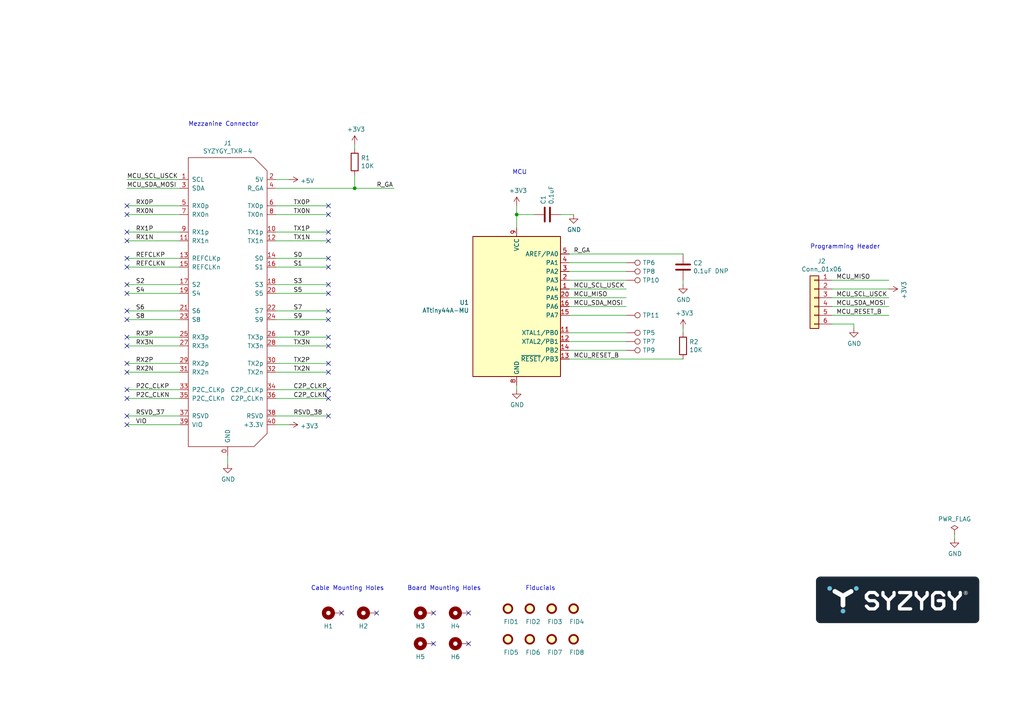
<source format=kicad_sch>
(kicad_sch (version 20211123) (generator eeschema)
  (paper "A4")
  (title_block (title "SZG-TEMPLATE-TXR") (date "2021-04-01") (rev "A") (company "Opal Kelly Incorporated"))
  (lib_symbols
    (symbol "Connector:TestPoint" (pin_numbers hide) (pin_names (offset 0.762) hide)
      (property "Reference" "TP" (at 0 6.858 0))
      (property "Value" "TestPoint" (at 0 5.08 0))
      (symbol "TestPoint_0_1"
        (circle (center 0 3.302) (radius 0.762))
      )
      (symbol "TestPoint_1_1"
        (pin passive line (at 0 0 90) (length 2.54) (name "1") (number "1"))
      )
    )
    (symbol "Connector_Generic:Conn_01x06" (pin_names (offset 1.016) hide)
      (property "Reference" "J" (at 0 7.62 0))
      (property "Value" "Conn_01x06" (at 0 -10.16 0))
      (symbol "Conn_01x06_1_1"
        (rectangle (start -1.27 -7.493) (end 0 -7.747) (stroke (width 0.1524)))
        (rectangle (start -1.27 -4.953) (end 0 -5.207) (stroke (width 0.1524)))
        (rectangle (start -1.27 -2.413) (end 0 -2.667) (stroke (width 0.1524)))
        (rectangle (start -1.27 0.127) (end 0 -0.127) (stroke (width 0.1524)))
        (rectangle (start -1.27 2.667) (end 0 2.413) (stroke (width 0.1524)))
        (rectangle (start -1.27 5.207) (end 0 4.953) (stroke (width 0.1524)))
        (rectangle (start -1.27 6.35) (end 1.27 -8.89) (stroke (width 0.254)) (fill (type background)))
        (pin passive line (at -5.08 5.08 0) (length 3.81) (name "Pin_1") (number "1"))
        (pin passive line (at -5.08 2.54 0) (length 3.81) (name "Pin_2") (number "2"))
        (pin passive line (at -5.08 0 0) (length 3.81) (name "Pin_3") (number "3"))
        (pin passive line (at -5.08 -2.54 0) (length 3.81) (name "Pin_4") (number "4"))
        (pin passive line (at -5.08 -5.08 0) (length 3.81) (name "Pin_5") (number "5"))
        (pin passive line (at -5.08 -7.62 0) (length 3.81) (name "Pin_6") (number "6"))
      )
    )
    (symbol "Device:C" (pin_numbers hide) (pin_names (offset 0.254))
      (property "Reference" "C" (at 0.635 2.54 0))
      (property "Value" "C" (at 0.635 -2.54 0))
      (symbol "C_0_1"
        (polyline (pts (xy -2.032 -0.762) (xy 2.032 -0.762)) (stroke (width 0.508)))
        (polyline (pts (xy -2.032 0.762) (xy 2.032 0.762)) (stroke (width 0.508)))
      )
      (symbol "C_1_1"
        (pin passive line (at 0 3.81 270) (length 2.794) (name "~") (number "1"))
        (pin passive line (at 0 -3.81 90) (length 2.794) (name "~") (number "2"))
      )
    )
    (symbol "Device:R" (pin_numbers hide) (pin_names (offset 0))
      (property "Reference" "R" (at 2.032 0 90))
      (property "Value" "R" (at 0 0 90))
      (symbol "R_0_1"
        (rectangle (start -1.016 -2.54) (end 1.016 2.54) (stroke (width 0.254)))
      )
      (symbol "R_1_1"
        (pin passive line (at 0 3.81 270) (length 1.27) (name "~") (number "1"))
        (pin passive line (at 0 -3.81 90) (length 1.27) (name "~") (number "2"))
      )
    )
    (symbol "Mechanical:Fiducial"
      (property "Reference" "FID" (at 0 5.08 0))
      (property "Value" "Fiducial" (at 0 3.175 0))
      (symbol "Fiducial_0_1"
        (circle (center 0 0) (radius 1.27) (stroke (width 0.508)) (fill (type background)))
      )
    )
    (symbol "Mechanical:MountingHole_Pad" (pin_numbers hide) (pin_names (offset 1.016) hide)
      (property "Reference" "H" (at 0 6.35 0))
      (property "Value" "MountingHole_Pad" (at 0 4.445 0))
      (symbol "MountingHole_Pad_0_1"
        (circle (center 0 1.27) (radius 1.27) (stroke (width 1.27)))
      )
      (symbol "MountingHole_Pad_1_1"
        (pin input line (at 0 -2.54 90) (length 2.54) (name "1") (number "1"))
      )
    )
    (symbol "SYZYGY:SYZYGY_TXR-4" (pin_names (offset 1.016))
      (property "Reference" "J" (at -10.16 45.72 0))
      (property "Value" "SYZYGY_TXR-4" (at -10.16 43.18 0))
      (symbol "SYZYGY_TXR-4_0_1"
        (polyline (pts (xy -11.43 41.91) (xy -11.43 16.51)))
        (polyline (pts (xy 11.43 -38.1) (xy 11.43 -12.7)))
        (polyline (pts (xy -11.43 16.51) (xy -11.43 -41.91) (xy 7.62 -41.91) (xy 11.43 -38.1)))
        (polyline (pts (xy 11.43 -12.7) (xy 11.43 38.1) (xy 7.62 41.91) (xy -11.43 41.91)))
      )
      (symbol "SYZYGY_TXR-4_1_1"
        (pin passive line (at 0 -44.45 90) (length 2.54) (name "GND") (number "0"))
        (pin passive line (at -13.97 35.56 0) (length 2.54) (name "SCL") (number "1"))
        (pin passive line (at 13.97 20.32 180) (length 2.54) (name "TX1p") (number "10"))
        (pin passive line (at -13.97 17.78 0) (length 2.54) (name "RX1n") (number "11"))
        (pin passive line (at 13.97 17.78 180) (length 2.54) (name "TX1n") (number "12"))
        (pin passive line (at -13.97 12.7 0) (length 2.54) (name "REFCLKp") (number "13"))
        (pin passive line (at 13.97 12.7 180) (length 2.54) (name "S0") (number "14"))
        (pin passive line (at -13.97 10.16 0) (length 2.54) (name "REFCLKn") (number "15"))
        (pin passive line (at 13.97 10.16 180) (length 2.54) (name "S1") (number "16"))
        (pin passive line (at -13.97 5.08 0) (length 2.54) (name "S2") (number "17"))
        (pin passive line (at 13.97 5.08 180) (length 2.54) (name "S3") (number "18"))
        (pin passive line (at -13.97 2.54 0) (length 2.54) (name "S4") (number "19"))
        (pin power_out line (at 13.97 35.56 180) (length 2.54) (name "5V") (number "2"))
        (pin passive line (at 13.97 2.54 180) (length 2.54) (name "S5") (number "20"))
        (pin passive line (at -13.97 -2.54 0) (length 2.54) (name "S6") (number "21"))
        (pin passive line (at 13.97 -2.54 180) (length 2.54) (name "S7") (number "22"))
        (pin passive line (at -13.97 -5.08 0) (length 2.54) (name "S8") (number "23"))
        (pin passive line (at 13.97 -5.08 180) (length 2.54) (name "S9") (number "24"))
        (pin passive line (at -13.97 -10.16 0) (length 2.54) (name "RX3p") (number "25"))
        (pin passive line (at 13.97 -10.16 180) (length 2.54) (name "TX3p") (number "26"))
        (pin passive line (at -13.97 -12.7 0) (length 2.54) (name "RX3n") (number "27"))
        (pin passive line (at 13.97 -12.7 180) (length 2.54) (name "TX3n") (number "28"))
        (pin passive line (at -13.97 -17.78 0) (length 2.54) (name "RX2p") (number "29"))
        (pin passive line (at -13.97 33.02 0) (length 2.54) (name "SDA") (number "3"))
        (pin passive line (at 13.97 -17.78 180) (length 2.54) (name "TX2p") (number "30"))
        (pin passive line (at -13.97 -20.32 0) (length 2.54) (name "RX2n") (number "31"))
        (pin passive line (at 13.97 -20.32 180) (length 2.54) (name "TX2n") (number "32"))
        (pin passive line (at -13.97 -25.4 0) (length 2.54) (name "P2C_CLKp") (number "33"))
        (pin passive line (at 13.97 -25.4 180) (length 2.54) (name "C2P_CLKp") (number "34"))
        (pin passive line (at -13.97 -27.94 0) (length 2.54) (name "P2C_CLKn") (number "35"))
        (pin passive line (at 13.97 -27.94 180) (length 2.54) (name "C2P_CLKn") (number "36"))
        (pin passive line (at -13.97 -33.02 0) (length 2.54) (name "RSVD") (number "37"))
        (pin passive line (at 13.97 -33.02 180) (length 2.54) (name "RSVD") (number "38"))
        (pin power_out line (at -13.97 -35.56 0) (length 2.54) (name "VIO") (number "39"))
        (pin passive line (at 13.97 33.02 180) (length 2.54) (name "R_GA") (number "4"))
        (pin power_out line (at 13.97 -35.56 180) (length 2.54) (name "+3.3V") (number "40"))
        (pin passive line (at -13.97 27.94 0) (length 2.54) (name "RX0p") (number "5"))
        (pin passive line (at 13.97 27.94 180) (length 2.54) (name "TX0p") (number "6"))
        (pin passive line (at -13.97 25.4 0) (length 2.54) (name "RX0n") (number "7"))
        (pin passive line (at 13.97 25.4 180) (length 2.54) (name "TX0n") (number "8"))
        (pin passive line (at -13.97 20.32 0) (length 2.54) (name "RX1p") (number "9"))
      )
    )
    (symbol "SZG-TEMPLATE-TXR-rescue:+3.3V-power" (power) (pin_names (offset 0))
      (property "Value" "+3.3V-power" (at 0 3.556 0))
      (symbol "+3.3V-power_0_1"
        (polyline (pts (xy -0.762 1.27) (xy 0 2.54)))
        (polyline (pts (xy 0 0) (xy 0 2.54)))
        (polyline (pts (xy 0 2.54) (xy 0.762 1.27)))
      )
      (symbol "+3.3V-power_1_1"
        (pin power_in line (at 0 0 90) (length 0) hide (name "+3V3") (number "1"))
      )
    )
    (symbol "SZG-TEMPLATE-TXR:+3.3V-power" (power) (pin_names (offset 0))
      (property "Value" "+3.3V-power" (at 0 3.556 0))
      (symbol "+3.3V-power_0_1"
        (polyline (pts (xy -0.762 1.27) (xy 0 2.54)))
        (polyline (pts (xy 0 0) (xy 0 2.54)))
        (polyline (pts (xy 0 2.54) (xy 0.762 1.27)))
      )
      (symbol "+3.3V-power_1_1"
        (pin power_in line (at 0 0 90) (length 0) hide (name "+3V3") (number "1"))
      )
    )
    (symbol "SZG-TEMPLATE-TXR:ATtiny44A-MU-MCU_Microchip_ATtiny"
      (property "Reference" "U" (at -12.7 21.59 0))
      (property "Value" "ATtiny44A-MU-MCU_Microchip_ATtiny" (at 2.54 -21.59 0))
      (symbol "ATtiny44A-MU-MCU_Microchip_ATtiny_0_1"
        (rectangle (start -12.7 -20.32) (end 12.7 20.32) (stroke (width 0.254)) (fill (type background)))
      )
      (symbol "ATtiny44A-MU-MCU_Microchip_ATtiny_1_1"
        (pin bidirectional line (at 15.24 5.08 180) (length 2.54) (name "PA4") (number "1"))
        (pin no_connect line (at -12.7 -10.16 0) (length 2.54) hide (name "NC") (number "10"))
        (pin bidirectional line (at 15.24 -7.62 180) (length 2.54) (name "XTAL1/PB0") (number "11"))
        (pin bidirectional line (at 15.24 -10.16 180) (length 2.54) (name "XTAL2/PB1") (number "12"))
        (pin bidirectional line (at 15.24 -15.24 180) (length 2.54) (name "~{RESET}/PB3") (number "13"))
        (pin bidirectional line (at 15.24 -12.7 180) (length 2.54) (name "PB2") (number "14"))
        (pin bidirectional line (at 15.24 -2.54 180) (length 2.54) (name "PA7") (number "15"))
        (pin bidirectional line (at 15.24 0 180) (length 2.54) (name "PA6") (number "16"))
        (pin no_connect line (at -12.7 -12.7 0) (length 2.54) hide (name "NC") (number "17"))
        (pin no_connect line (at -12.7 -15.24 0) (length 2.54) hide (name "NC") (number "18"))
        (pin no_connect line (at -12.7 -17.78 0) (length 2.54) hide (name "NC") (number "19"))
        (pin bidirectional line (at 15.24 7.62 180) (length 2.54) (name "PA3") (number "2"))
        (pin bidirectional line (at 15.24 2.54 180) (length 2.54) (name "PA5") (number "20"))
        (pin passive line (at 0 -22.86 90) (length 2.54) hide (name "GND") (number "21"))
        (pin bidirectional line (at 15.24 10.16 180) (length 2.54) (name "PA2") (number "3"))
        (pin bidirectional line (at 15.24 12.7 180) (length 2.54) (name "PA1") (number "4"))
        (pin bidirectional line (at 15.24 15.24 180) (length 2.54) (name "AREF/PA0") (number "5"))
        (pin no_connect line (at -12.7 -5.08 0) (length 2.54) hide (name "NC") (number "6"))
        (pin no_connect line (at -12.7 -7.62 0) (length 2.54) hide (name "NC") (number "7"))
        (pin power_in line (at 0 -22.86 90) (length 2.54) (name "GND") (number "8"))
        (pin power_in line (at 0 22.86 270) (length 2.54) (name "VCC") (number "9"))
      )
    )
    (symbol "power:+5V" (power) (pin_names (offset 0))
      (property "Value" "+5V" (at 0 3.556 0))
      (symbol "+5V_0_1"
        (polyline (pts (xy -0.762 1.27) (xy 0 2.54)))
        (polyline (pts (xy 0 0) (xy 0 2.54)))
        (polyline (pts (xy 0 2.54) (xy 0.762 1.27)))
      )
      (symbol "+5V_1_1"
        (pin power_in line (at 0 0 90) (length 0) hide (name "+5V") (number "1"))
      )
    )
    (symbol "power:GND" (power) (pin_names (offset 0))
      (property "Value" "GND" (at 0 -3.81 0))
      (symbol "GND_0_1"
        (polyline (pts (xy 0 0) (xy 0 -1.27) (xy 1.27 -1.27) (xy 0 -2.54) (xy -1.27 -1.27) (xy 0 -1.27)))
      )
      (symbol "GND_1_1"
        (pin power_in line (at 0 0 270) (length 0) hide (name "GND") (number "1"))
      )
    )
    (symbol "power:PWR_FLAG" (power) (pin_numbers hide) (pin_names (offset 0) hide)
      (property "Value" "PWR_FLAG" (at 0 3.81 0))
      (symbol "PWR_FLAG_0_0"
        (pin power_out line (at 0 0 90) (length 0) (name "pwr") (number "1"))
      )
      (symbol "PWR_FLAG_0_1"
        (polyline (pts (xy 0 0) (xy 0 1.27) (xy -1.016 1.905) (xy 0 2.54) (xy 1.016 1.905) (xy 0 1.27)))
      )
    )
  )
  (junction (at 149.86 62.23))
  (junction (at 102.87 54.61))
  (no_connect (at 95.25 82.55))
  (no_connect (at 36.83 59.69))
  (no_connect (at 36.83 115.57))
  (no_connect (at 95.25 115.57))
  (no_connect (at 135.89 186.69))
  (no_connect (at 95.25 92.71))
  (no_connect (at 36.83 120.65))
  (no_connect (at 109.22 177.8))
  (no_connect (at 95.25 77.47))
  (no_connect (at 95.25 120.65))
  (no_connect (at 95.25 107.95))
  (no_connect (at 125.73 177.8))
  (no_connect (at 95.25 105.41))
  (no_connect (at 36.83 77.47))
  (no_connect (at 36.83 62.23))
  (no_connect (at 95.25 67.31))
  (no_connect (at 95.25 85.09))
  (no_connect (at 95.25 113.03))
  (no_connect (at 36.83 82.55))
  (no_connect (at 36.83 90.17))
  (no_connect (at 36.83 113.03))
  (no_connect (at 36.83 85.09))
  (no_connect (at 99.06 177.8))
  (no_connect (at 135.89 177.8))
  (no_connect (at 36.83 92.71))
  (no_connect (at 95.25 59.69))
  (no_connect (at 95.25 62.23))
  (no_connect (at 36.83 97.79))
  (no_connect (at 95.25 74.93))
  (no_connect (at 36.83 69.85))
  (no_connect (at 36.83 100.33))
  (no_connect (at 36.83 105.41))
  (no_connect (at 95.25 97.79))
  (no_connect (at 95.25 90.17))
  (no_connect (at 125.73 186.69))
  (no_connect (at 36.83 74.93))
  (no_connect (at 95.25 100.33))
  (no_connect (at 95.25 69.85))
  (no_connect (at 36.83 123.19))
  (no_connect (at 36.83 107.95))
  (no_connect (at 36.83 67.31))
  (wire (pts (xy 36.83 67.31) (xy 52.07 67.31)))
  (wire (pts (xy 198.12 73.66) (xy 165.1 73.66)))
  (wire (pts (xy 165.1 86.36) (xy 181.61 86.36)))
  (wire (pts (xy 149.86 62.23) (xy 154.94 62.23)))
  (wire (pts (xy 80.01 69.85) (xy 95.25 69.85)))
  (wire (pts (xy 80.01 90.17) (xy 95.25 90.17)))
  (wire (pts (xy 36.83 92.71) (xy 52.07 92.71)))
  (wire (pts (xy 36.83 74.93) (xy 52.07 74.93)))
  (wire (pts (xy 165.1 96.52) (xy 181.61 96.52)))
  (wire (pts (xy 165.1 88.9) (xy 181.61 88.9)))
  (wire (pts (xy 165.1 104.14) (xy 198.12 104.14)))
  (wire (pts (xy 36.83 100.33) (xy 52.07 100.33)))
  (wire (pts (xy 181.61 99.06) (xy 165.1 99.06)))
  (wire (pts (xy 36.83 52.07) (xy 52.07 52.07)))
  (wire (pts (xy 165.1 81.28) (xy 181.61 81.28)))
  (wire (pts (xy 80.01 82.55) (xy 95.25 82.55)))
  (wire (pts (xy 80.01 97.79) (xy 95.25 97.79)))
  (wire (pts (xy 181.61 78.74) (xy 165.1 78.74)))
  (wire (pts (xy 162.56 62.23) (xy 166.37 62.23)))
  (wire (pts (xy 149.86 113.03) (xy 149.86 111.76)))
  (wire (pts (xy 36.83 107.95) (xy 52.07 107.95)))
  (wire (pts (xy 36.83 113.03) (xy 52.07 113.03)))
  (wire (pts (xy 36.83 54.61) (xy 52.07 54.61)))
  (wire (pts (xy 80.01 67.31) (xy 95.25 67.31)))
  (wire (pts (xy 198.12 96.52) (xy 198.12 95.25)))
  (wire (pts (xy 276.86 156.21) (xy 276.86 154.94)))
  (wire (pts (xy 52.07 123.19) (xy 36.83 123.19)))
  (wire (pts (xy 80.01 113.03) (xy 95.25 113.03)))
  (wire (pts (xy 66.04 132.08) (xy 66.04 134.62)))
  (wire (pts (xy 80.01 74.93) (xy 95.25 74.93)))
  (wire (pts (xy 149.86 59.69) (xy 149.86 62.23)))
  (wire (pts (xy 80.01 59.69) (xy 95.25 59.69)))
  (wire (pts (xy 36.83 115.57) (xy 52.07 115.57)))
  (wire (pts (xy 149.86 62.23) (xy 149.86 66.04)))
  (wire (pts (xy 36.83 90.17) (xy 52.07 90.17)))
  (wire (pts (xy 241.3 83.82) (xy 257.81 83.82)))
  (wire (pts (xy 80.01 52.07) (xy 83.82 52.07)))
  (wire (pts (xy 241.3 93.98) (xy 247.65 93.98)))
  (wire (pts (xy 36.83 69.85) (xy 52.07 69.85)))
  (wire (pts (xy 241.3 88.9) (xy 257.81 88.9)))
  (wire (pts (xy 36.83 82.55) (xy 52.07 82.55)))
  (wire (pts (xy 165.1 83.82) (xy 181.61 83.82)))
  (wire (pts (xy 80.01 105.41) (xy 95.25 105.41)))
  (wire (pts (xy 241.3 86.36) (xy 257.81 86.36)))
  (wire (pts (xy 36.83 59.69) (xy 52.07 59.69)))
  (wire (pts (xy 80.01 120.65) (xy 95.25 120.65)))
  (wire (pts (xy 80.01 92.71) (xy 95.25 92.71)))
  (wire (pts (xy 80.01 54.61) (xy 102.87 54.61)))
  (wire (pts (xy 80.01 123.19) (xy 83.82 123.19)))
  (wire (pts (xy 241.3 91.44) (xy 257.81 91.44)))
  (wire (pts (xy 80.01 100.33) (xy 95.25 100.33)))
  (wire (pts (xy 247.65 93.98) (xy 247.65 95.25)))
  (wire (pts (xy 36.83 77.47) (xy 52.07 77.47)))
  (wire (pts (xy 102.87 54.61) (xy 114.3 54.61)))
  (wire (pts (xy 102.87 54.61) (xy 102.87 50.8)))
  (wire (pts (xy 80.01 62.23) (xy 95.25 62.23)))
  (wire (pts (xy 80.01 85.09) (xy 95.25 85.09)))
  (wire (pts (xy 36.83 62.23) (xy 52.07 62.23)))
  (wire (pts (xy 36.83 85.09) (xy 52.07 85.09)))
  (wire (pts (xy 102.87 43.18) (xy 102.87 41.91)))
  (wire (pts (xy 241.3 81.28) (xy 257.81 81.28)))
  (wire (pts (xy 36.83 105.41) (xy 52.07 105.41)))
  (wire (pts (xy 165.1 76.2) (xy 181.61 76.2)))
  (wire (pts (xy 36.83 120.65) (xy 52.07 120.65)))
  (wire (pts (xy 36.83 97.79) (xy 52.07 97.79)))
  (wire (pts (xy 198.12 81.28) (xy 198.12 82.55)))
  (wire (pts (xy 165.1 101.6) (xy 181.61 101.6)))
  (wire (pts (xy 80.01 77.47) (xy 95.25 77.47)))
  (wire (pts (xy 181.61 91.44) (xy 165.1 91.44)))
  (wire (pts (xy 80.01 107.95) (xy 95.25 107.95)))
  (wire (pts (xy 80.01 115.57) (xy 95.25 115.57)))
  (image (at 260.35 173.99) (scale 0.8))
  (text "Programming Header" (at 234.95 72.39 0) (effects (font (size 1.27 1.27)) (justify left bottom)))
  (text "Board Mounting Holes" (at 118.11 171.45 0) (effects (font (size 1.27 1.27)) (justify left bottom)))
  (text "MCU" (at 148.59 50.8 0) (effects (font (size 1.27 1.27)) (justify left bottom)))
  (text "Mezzanine Connector" (at 54.61 36.83 0) (effects (font (size 1.27 1.27)) (justify left bottom)))
  (text "Cable Mounting Holes" (at 90.17 171.45 0) (effects (font (size 1.27 1.27)) (justify left bottom)))
  (text "Fiducials" (at 152.4 171.45 0) (effects (font (size 1.27 1.27)) (justify left bottom)))
  (label "S1" (at 85.09 77.47 0))
  (label "S9" (at 85.09 92.71 0))
  (label "R_GA" (at 166.37 73.66 0))
  (label "MCU_SDA_MOSI" (at 36.83 54.61 0))
  (label "RX0N" (at 39.37 62.23 0))
  (label "MCU_RESET_B" (at 242.57 91.44 0))
  (label "TX3N" (at 85.09 100.33 0))
  (label "RSVD_37" (at 39.37 120.65 0))
  (label "S5" (at 85.09 85.09 0))
  (label "MCU_SCL_USCK" (at 166.37 83.82 0))
  (label "TX2N" (at 85.09 107.95 0))
  (label "P2C_CLKN" (at 39.37 115.57 0))
  (label "TX1N" (at 85.09 69.85 0))
  (label "R_GA" (at 109.22 54.61 0))
  (label "RX2N" (at 39.37 107.95 0))
  (label "C2P_CLKP" (at 85.09 113.03 0))
  (label "RX3N" (at 39.37 100.33 0))
  (label "TX2P" (at 85.09 105.41 0))
  (label "TX0P" (at 85.09 59.69 0))
  (label "MCU_MISO" (at 242.57 81.28 0))
  (label "MCU_SCL_USCK" (at 242.57 86.36 0))
  (label "RX1P" (at 39.37 67.31 0))
  (label "C2P_CLKN" (at 85.09 115.57 0))
  (label "MCU_RESET_B" (at 166.37 104.14 0))
  (label "RX0P" (at 39.37 59.69 0))
  (label "S4" (at 39.37 85.09 0))
  (label "TX1P" (at 85.09 67.31 0))
  (label "S8" (at 39.37 92.71 0))
  (label "S7" (at 85.09 90.17 0))
  (label "RSVD_38" (at 85.09 120.65 0))
  (label "MCU_MISO" (at 166.37 86.36 0))
  (label "MCU_SCL_USCK" (at 36.83 52.07 0))
  (label "RX3P" (at 39.37 97.79 0))
  (label "RX1N" (at 39.37 69.85 0))
  (label "S6" (at 39.37 90.17 0))
  (label "TX0N" (at 85.09 62.23 0))
  (label "S2" (at 39.37 82.55 0))
  (label "TX3P" (at 85.09 97.79 0))
  (label "MCU_SDA_MOSI" (at 166.37 88.9 0))
  (label "P2C_CLKP" (at 39.37 113.03 0))
  (label "RX2P" (at 39.37 105.41 0))
  (label "S0" (at 85.09 74.93 0))
  (label "S3" (at 85.09 82.55 0))
  (label "REFCLKP" (at 39.37 74.93 0))
  (label "REFCLKN" (at 39.37 77.47 0))
  (label "MCU_SDA_MOSI" (at 242.57 88.9 0))
  (label "VIO" (at 39.37 123.19 0))
  (symbol (lib_id "SZG-TEMPLATE-TXR:ATtiny44A-MU-MCU_Microchip_ATtiny") (at 149.86 88.9 0) (unit 1)
    (property "Reference" "U1" (at 136.0424 87.7316 0) (effects (justify right)))
    (property "Value" "ATtiny44A-MU" (at 136.0424 90.043 0) (effects (justify right)))
    (property "Footprint" "SYZYGY:QFN-24-4x4mm" (effects hide))
    (property "Datasheet" "http://ww1.microchip.com/downloads/en/DeviceDoc/doc8183.pdf" (effects hide))
    (property "Manufacturer" "Microchip" (effects hide))
    (property "Manufacturer_PN" "ATTINY44A-MU" (effects hide))
  )
  (symbol (lib_id "power:GND") (at 66.04 134.62 0) (unit 1)
    (property "Reference" "#PWR0101" (effects hide))
    (property "Value" "GND" (at 66.167 139.0142 0))
  )
  (symbol (lib_id "power:+5V") (at 83.82 52.07 270) (unit 1)
    (property "Reference" "#PWR0102" (effects hide))
    (property "Value" "+5V" (at 87.0712 52.451 90) (effects (justify left)))
  )
  (symbol (lib_id "SZG-TEMPLATE-TXR-rescue:+3.3V-power") (at 83.82 123.19 270) (unit 1)
    (property "Reference" "#PWR0103" (effects hide))
    (property "Value" "+3.3V" (at 87.0712 123.571 90) (effects (justify left)))
  )
  (symbol (lib_id "SZG-TEMPLATE-TXR-rescue:+3.3V-power") (at 257.81 83.82 270) (unit 1)
    (property "Reference" "#PWR0110" (effects hide))
    (property "Value" "+3.3V" (at 262.2042 84.201 0))
  )
  (symbol (lib_id "power:GND") (at 247.65 95.25 0) (unit 1)
    (property "Reference" "#PWR0111" (effects hide))
    (property "Value" "GND" (at 247.777 99.6442 0))
  )
  (symbol (lib_id "Connector_Generic:Conn_01x06") (at 236.22 86.36 0) (mirror y) (unit 1)
    (property "Reference" "J2" (at 238.3028 75.7682 0))
    (property "Value" "Conn_01x06" (at 238.3028 78.0796 0))
    (property "Footprint" "SYZYGY:Tag-Connect_TC2030-IDC-FP_2x03_P1.27mm_Vertical" (effects hide))
  )
  (symbol (lib_id "Device:R") (at 102.87 46.99 0) (unit 1)
    (property "Reference" "R1" (at 104.648 45.8216 0) (effects (justify left)))
    (property "Value" "10K" (at 104.648 48.133 0) (effects (justify left)))
    (property "Footprint" "Resistor_SMD:R_0402_1005Metric" (effects hide))
  )
  (symbol (lib_id "power:GND") (at 149.86 113.03 0) (unit 1)
    (property "Reference" "#PWR0112" (effects hide))
    (property "Value" "GND" (at 149.987 117.4242 0))
  )
  (symbol (lib_id "SZG-TEMPLATE-TXR:+3.3V-power") (at 102.87 41.91 0) (unit 1)
    (property "Reference" "#PWR0104" (effects hide))
    (property "Value" "+3.3V" (at 103.251 37.5158 0))
  )
  (symbol (lib_id "Device:C") (at 158.75 62.23 90) (unit 1)
    (property "Reference" "C1" (at 157.5816 59.309 0) (effects (justify left)))
    (property "Value" "0.1uF" (at 159.893 59.309 0) (effects (justify left)))
    (property "Footprint" "Capacitor_SMD:C_0402_1005Metric" (effects hide))
  )
  (symbol (lib_id "SYZYGY:SYZYGY_TXR-4") (at 66.04 87.63 0) (unit 1)
    (property "Reference" "J1" (at 66.04 41.529 0))
    (property "Value" "SYZYGY_TXR-4" (at 66.04 43.8404 0))
    (property "Footprint" "SYZYGY:QTH-020-01-F-D-DP-A" (effects hide))
    (property "Datasheet" "https://suddendocs.samtec.com/productspecs/qsh-qth.pdf" (effects hide))
    (property "Manufacturer" "Samtec" (effects hide))
    (property "Manufacturer_PN" "QTH-020-01-F-D-DP-A" (effects hide))
  )
  (symbol (lib_id "Device:C") (at 198.12 77.47 0) (unit 1)
    (property "Reference" "C2" (at 201.041 76.3016 0) (effects (justify left)))
    (property "Value" "0.1uF DNP" (at 201.041 78.613 0) (effects (justify left)))
    (property "Footprint" "Capacitor_SMD:C_0402_1005Metric" (effects hide))
  )
  (symbol (lib_id "power:GND") (at 166.37 62.23 0) (unit 1)
    (property "Reference" "#PWR0106" (effects hide))
    (property "Value" "GND" (at 166.497 66.6242 0))
  )
  (symbol (lib_id "power:GND") (at 198.12 82.55 0) (unit 1)
    (property "Reference" "#PWR0107" (effects hide))
    (property "Value" "GND" (at 198.247 86.9442 0))
  )
  (symbol (lib_id "SZG-TEMPLATE-TXR-rescue:+3.3V-power") (at 149.86 59.69 0) (unit 1)
    (property "Reference" "#PWR0108" (effects hide))
    (property "Value" "+3.3V" (at 150.241 55.2958 0))
  )
  (symbol (lib_id "Device:R") (at 198.12 100.33 0) (unit 1)
    (property "Reference" "R2" (at 199.898 99.1616 0) (effects (justify left)))
    (property "Value" "10K" (at 199.898 101.473 0) (effects (justify left)))
    (property "Footprint" "Resistor_SMD:R_0402_1005Metric" (effects hide))
  )
  (symbol (lib_id "SZG-TEMPLATE-TXR-rescue:+3.3V-power") (at 198.12 95.25 0) (unit 1)
    (property "Reference" "#PWR0109" (effects hide))
    (property "Value" "+3.3V" (at 198.501 90.8558 0))
  )
  (symbol (lib_id "Connector:TestPoint") (at 181.61 76.2 270) (unit 1)
    (property "Reference" "TP6" (at 186.3852 76.2 90) (effects (justify left)))
    (property "Value" "TestPoint" (effects hide))
    (property "Footprint" "SYZYGY:TestPoint-20mil" (effects hide))
  )
  (symbol (lib_id "Connector:TestPoint") (at 181.61 78.74 270) (unit 1)
    (property "Reference" "TP8" (at 186.3852 78.74 90) (effects (justify left)))
    (property "Value" "TestPoint" (effects hide))
    (property "Footprint" "SYZYGY:TestPoint-20mil" (effects hide))
  )
  (symbol (lib_id "Connector:TestPoint") (at 181.61 81.28 270) (unit 1)
    (property "Reference" "TP10" (at 186.3852 81.28 90) (effects (justify left)))
    (property "Value" "TestPoint" (effects hide))
    (property "Footprint" "SYZYGY:TestPoint-20mil" (effects hide))
  )
  (symbol (lib_id "Connector:TestPoint") (at 181.61 91.44 270) (unit 1)
    (property "Reference" "TP11" (at 186.3852 91.44 90) (effects (justify left)))
    (property "Value" "TestPoint" (effects hide))
    (property "Footprint" "SYZYGY:TestPoint-20mil" (effects hide))
  )
  (symbol (lib_id "Connector:TestPoint") (at 181.61 96.52 270) (unit 1)
    (property "Reference" "TP5" (at 186.3852 96.52 90) (effects (justify left)))
    (property "Value" "TestPoint" (effects hide))
    (property "Footprint" "SYZYGY:TestPoint-20mil" (effects hide))
  )
  (symbol (lib_id "Connector:TestPoint") (at 181.61 99.06 270) (unit 1)
    (property "Reference" "TP7" (at 186.3852 99.06 90) (effects (justify left)))
    (property "Value" "TestPoint" (effects hide))
    (property "Footprint" "SYZYGY:TestPoint-20mil" (effects hide))
  )
  (symbol (lib_id "Connector:TestPoint") (at 181.61 101.6 270) (unit 1)
    (property "Reference" "TP9" (at 186.3852 101.6 90) (effects (justify left)))
    (property "Value" "TestPoint" (effects hide))
    (property "Footprint" "SYZYGY:TestPoint-20mil" (effects hide))
  )
  (symbol (lib_id "Mechanical:MountingHole_Pad") (at 133.35 186.69 90) (unit 1)
    (property "Reference" "H6" (at 132.08 190.5 90))
    (property "Value" "MountingHole_Pad" (effects hide))
    (property "Footprint" "SYZYGY:MountingHole_3.2mm_M3_6.5mm_Pad_TopBottom" (effects hide))
  )
  (symbol (lib_id "Mechanical:Fiducial") (at 147.32 176.53 0) (unit 1)
    (property "Reference" "FID1" (at 146.05 180.34 0) (effects (justify left)))
    (property "Value" "Fiducial" (effects hide))
    (property "Footprint" "Fiducial:Fiducial_1mm_Mask2mm" (effects hide))
  )
  (symbol (lib_id "Mechanical:MountingHole_Pad") (at 133.35 177.8 90) (unit 1)
    (property "Reference" "H4" (at 132.08 181.61 90))
    (property "Value" "MountingHole_Pad" (effects hide))
    (property "Footprint" "SYZYGY:MountingHole_3.2mm_M3_6.5mm_Pad_TopBottom" (effects hide))
  )
  (symbol (lib_id "Mechanical:MountingHole_Pad") (at 123.19 177.8 90) (unit 1)
    (property "Reference" "H3" (at 121.92 181.61 90))
    (property "Value" "MountingHole_Pad" (effects hide))
    (property "Footprint" "SYZYGY:MountingHole_3.2mm_M3_6.5mm_Pad_TopBottom" (effects hide))
  )
  (symbol (lib_id "Mechanical:MountingHole_Pad") (at 123.19 186.69 90) (unit 1)
    (property "Reference" "H5" (at 121.92 190.5 90))
    (property "Value" "MountingHole_Pad" (effects hide))
    (property "Footprint" "SYZYGY:MountingHole_3.2mm_M3_6.5mm_Pad_TopBottom" (effects hide))
  )
  (symbol (lib_id "Mechanical:MountingHole_Pad") (at 106.68 177.8 90) (unit 1)
    (property "Reference" "H2" (at 105.41 181.61 90))
    (property "Value" "MountingHole_Pad" (effects hide))
    (property "Footprint" "SYZYGY:MountingHole_3.2mm_M3_6.5mm_Pad_TopBottom" (effects hide))
  )
  (symbol (lib_id "Mechanical:MountingHole_Pad") (at 96.52 177.8 90) (unit 1)
    (property "Reference" "H1" (at 95.25 181.61 90))
    (property "Value" "MountingHole_Pad" (effects hide))
    (property "Footprint" "SYZYGY:MountingHole_3.2mm_M3_6.5mm_Pad_TopBottom" (effects hide))
  )
  (symbol (lib_id "Mechanical:Fiducial") (at 153.67 176.53 0) (unit 1)
    (property "Reference" "FID2" (at 152.4 180.34 0) (effects (justify left)))
    (property "Value" "Fiducial" (effects hide))
    (property "Footprint" "Fiducial:Fiducial_1mm_Mask2mm" (effects hide))
  )
  (symbol (lib_id "Mechanical:Fiducial") (at 160.02 176.53 0) (unit 1)
    (property "Reference" "FID3" (at 158.75 180.34 0) (effects (justify left)))
    (property "Value" "Fiducial" (effects hide))
    (property "Footprint" "Fiducial:Fiducial_1mm_Mask2mm" (effects hide))
  )
  (symbol (lib_id "Mechanical:Fiducial") (at 166.37 176.53 0) (unit 1)
    (property "Reference" "FID4" (at 165.1 180.34 0) (effects (justify left)))
    (property "Value" "Fiducial" (effects hide))
    (property "Footprint" "Fiducial:Fiducial_1mm_Mask2mm" (effects hide))
  )
  (symbol (lib_id "Mechanical:Fiducial") (at 147.32 185.42 0) (unit 1)
    (property "Reference" "FID5" (at 146.05 189.23 0) (effects (justify left)))
    (property "Value" "Fiducial" (effects hide))
    (property "Footprint" "Fiducial:Fiducial_1mm_Mask2mm" (effects hide))
  )
  (symbol (lib_id "Mechanical:Fiducial") (at 153.67 185.42 0) (unit 1)
    (property "Reference" "FID6" (at 152.4 189.23 0) (effects (justify left)))
    (property "Value" "Fiducial" (effects hide))
    (property "Footprint" "Fiducial:Fiducial_1mm_Mask2mm" (effects hide))
  )
  (symbol (lib_id "Mechanical:Fiducial") (at 160.02 185.42 0) (unit 1)
    (property "Reference" "FID7" (at 158.75 189.23 0) (effects (justify left)))
    (property "Value" "Fiducial" (effects hide))
    (property "Footprint" "Fiducial:Fiducial_1mm_Mask2mm" (effects hide))
  )
  (symbol (lib_id "Mechanical:Fiducial") (at 166.37 185.42 0) (unit 1)
    (property "Reference" "FID8" (at 165.1 189.23 0) (effects (justify left)))
    (property "Value" "Fiducial" (effects hide))
    (property "Footprint" "Fiducial:Fiducial_1mm_Mask2mm" (effects hide))
  )
  (symbol (lib_id "power:PWR_FLAG") (at 276.86 154.94 0) (unit 1)
    (property "Reference" "#FLG0101" (effects hide))
    (property "Value" "PWR_FLAG" (at 276.86 150.5458 0))
  )
  (symbol (lib_id "power:GND") (at 276.86 156.21 0) (unit 1)
    (property "Reference" "#PWR0105" (effects hide))
    (property "Value" "GND" (at 276.987 160.6042 0))
  )
)
</source>
